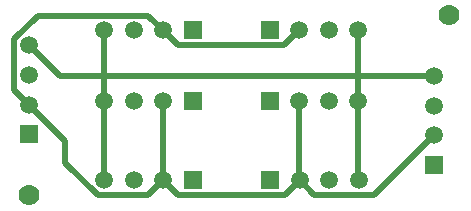
<source format=gbl>
G04*
G04 #@! TF.GenerationSoftware,Altium Limited,Altium Designer,20.0.11 (256)*
G04*
G04 Layer_Physical_Order=2*
G04 Layer_Color=16711680*
%FSLAX43Y43*%
%MOMM*%
G71*
G01*
G75*
%ADD10C,0.254*%
%ADD15C,0.508*%
%ADD16R,1.500X1.500*%
%ADD17C,1.500*%
%ADD18R,1.500X1.500*%
%ADD19C,1.778*%
D10*
X31670Y16510D02*
X31690Y16490D01*
Y3830D02*
X31710Y3810D01*
D15*
X25412Y15252D02*
X26670Y16510D01*
X15162D02*
X16420Y15252D01*
X25412D01*
X4559Y17768D02*
X13904D01*
X2552Y15761D02*
X4559Y17768D01*
X2552Y11498D02*
Y15761D01*
Y11498D02*
X3810Y10240D01*
X13904Y17768D02*
X15162Y16510D01*
X33032Y2552D02*
X38100Y7620D01*
X26710Y3810D02*
X27968Y2552D01*
X33032D01*
X26690Y3830D02*
X26710Y3810D01*
X26690Y3830D02*
Y10480D01*
X26670Y10500D02*
X26690Y10480D01*
X25452Y2552D02*
X26710Y3810D01*
X16420Y2552D02*
X25452D01*
X15162Y3810D02*
X16420Y2552D01*
X15162Y3810D02*
Y10500D01*
X6871Y5322D02*
Y7179D01*
Y5322D02*
X9641Y2552D01*
X13904D02*
X15162Y3810D01*
X9641Y2552D02*
X13904D01*
X3810Y10240D02*
X6871Y7179D01*
X31690Y12620D02*
X38100D01*
X10162D02*
X31690D01*
Y16490D01*
Y3830D02*
Y12620D01*
X6430D02*
X10162D01*
Y16510D01*
Y10500D02*
Y12620D01*
Y3810D02*
Y10500D01*
X3810Y15240D02*
X6430Y12620D01*
D16*
X17662Y3810D02*
D03*
X24210D02*
D03*
X24170Y10500D02*
D03*
Y16510D02*
D03*
X17662Y10500D02*
D03*
Y16510D02*
D03*
D17*
X15162Y3810D02*
D03*
X12662D02*
D03*
X10162D02*
D03*
X31710D02*
D03*
X29210D02*
D03*
X26710D02*
D03*
X26670Y10500D02*
D03*
X29170D02*
D03*
X31670D02*
D03*
Y16510D02*
D03*
X29170D02*
D03*
X26670D02*
D03*
X10162Y10500D02*
D03*
X12662D02*
D03*
X15162D02*
D03*
Y16510D02*
D03*
X12662D02*
D03*
X10162D02*
D03*
X3810Y15240D02*
D03*
Y12740D02*
D03*
Y10240D02*
D03*
X38100Y7620D02*
D03*
Y10120D02*
D03*
Y12620D02*
D03*
D18*
X3810Y7740D02*
D03*
X38100Y5120D02*
D03*
D19*
X39370Y17780D02*
D03*
X3810Y2540D02*
D03*
M02*

</source>
